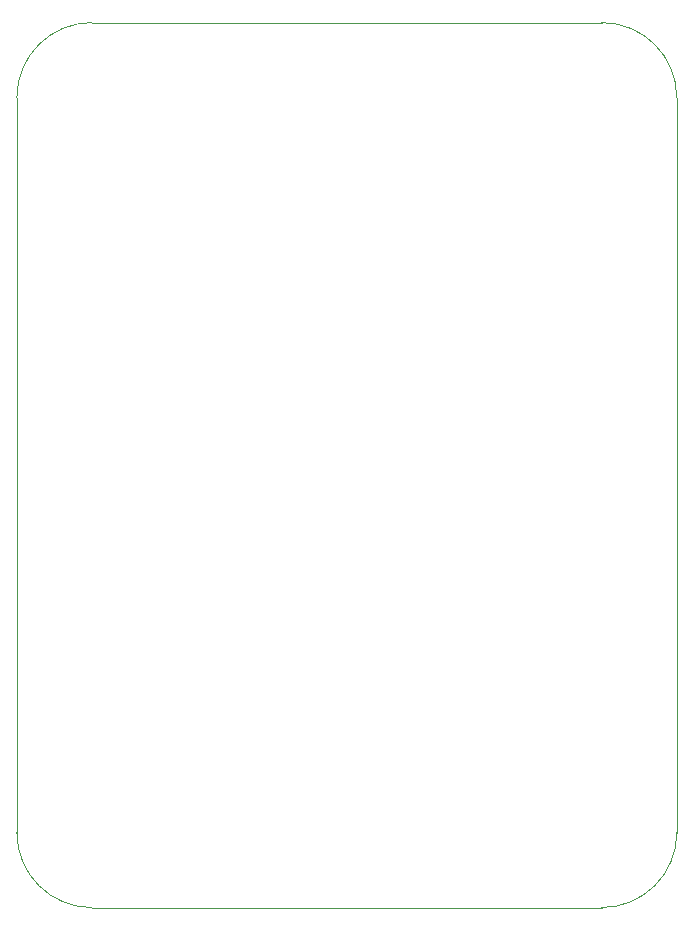
<source format=gbr>
G04 #@! TF.GenerationSoftware,KiCad,Pcbnew,(5.1.5)-3*
G04 #@! TF.CreationDate,2020-03-07T13:53:33-06:00*
G04 #@! TF.ProjectId,TelemetryBoard,54656c65-6d65-4747-9279-426f6172642e,rev?*
G04 #@! TF.SameCoordinates,Original*
G04 #@! TF.FileFunction,Profile,NP*
%FSLAX46Y46*%
G04 Gerber Fmt 4.6, Leading zero omitted, Abs format (unit mm)*
G04 Created by KiCad (PCBNEW (5.1.5)-3) date 2020-03-07 13:53:33*
%MOMM*%
%LPD*%
G04 APERTURE LIST*
%ADD10C,0.050000*%
G04 APERTURE END LIST*
D10*
X128270000Y-106680000D02*
G75*
G02X121920000Y-113030000I-6350000J0D01*
G01*
X78740000Y-113030000D02*
G75*
G02X72390000Y-106680000I0J6350000D01*
G01*
X121920000Y-38100000D02*
G75*
G02X128270000Y-44450000I0J-6350000D01*
G01*
X72390000Y-44450000D02*
G75*
G02X78740000Y-38100000I6350000J0D01*
G01*
X72390000Y-106680000D02*
X72390000Y-44450000D01*
X121920000Y-113030000D02*
X78740000Y-113030000D01*
X128270000Y-44450000D02*
X128270000Y-106680000D01*
X78740000Y-38100000D02*
X121920000Y-38100000D01*
M02*

</source>
